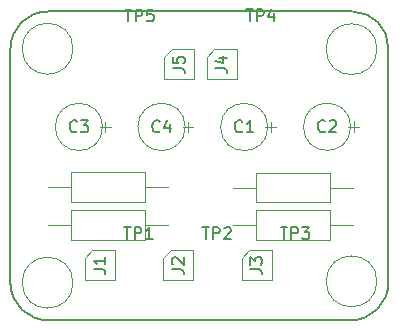
<source format=gbr>
G04 #@! TF.FileFunction,Other,Fab,Top*
%FSLAX46Y46*%
G04 Gerber Fmt 4.6, Leading zero omitted, Abs format (unit mm)*
G04 Created by KiCad (PCBNEW 4.0.7) date 10/31/19 05:43:28*
%MOMM*%
%LPD*%
G01*
G04 APERTURE LIST*
%ADD10C,0.100000*%
%ADD11C,0.150000*%
G04 APERTURE END LIST*
D10*
D11*
X153734000Y-105739000D02*
X153734000Y-85832000D01*
X182537000Y-108836000D02*
X156957000Y-108836000D01*
X185726000Y-85794000D02*
X185726000Y-105636000D01*
X156926000Y-82706000D02*
X182667000Y-82706000D01*
X153739000Y-105739000D02*
G75*
G03X156952000Y-108836000I3155000J58000D01*
G01*
X182552000Y-108850000D02*
G75*
G03X185738000Y-105664000I0J3186000D01*
G01*
X156894000Y-82710000D02*
G75*
G03X153745000Y-85819000I-20000J-3129000D01*
G01*
X185732000Y-85807000D02*
G75*
G03X182760000Y-82713000I-3033000J61000D01*
G01*
D10*
X160685000Y-102931000D02*
X162590000Y-102931000D01*
X162590000Y-102931000D02*
X162590000Y-105471000D01*
X162590000Y-105471000D02*
X160050000Y-105471000D01*
X160050000Y-105471000D02*
X160050000Y-103566000D01*
X160050000Y-103566000D02*
X160685000Y-102931000D01*
X167310000Y-102931000D02*
X169215000Y-102931000D01*
X169215000Y-102931000D02*
X169215000Y-105471000D01*
X169215000Y-105471000D02*
X166675000Y-105471000D01*
X166675000Y-105471000D02*
X166675000Y-103566000D01*
X166675000Y-103566000D02*
X167310000Y-102931000D01*
X173954000Y-102931000D02*
X175859000Y-102931000D01*
X175859000Y-102931000D02*
X175859000Y-105471000D01*
X175859000Y-105471000D02*
X173319000Y-105471000D01*
X173319000Y-105471000D02*
X173319000Y-103566000D01*
X173319000Y-103566000D02*
X173954000Y-102931000D01*
X170996000Y-85923000D02*
X172901000Y-85923000D01*
X172901000Y-85923000D02*
X172901000Y-88463000D01*
X172901000Y-88463000D02*
X170361000Y-88463000D01*
X170361000Y-88463000D02*
X170361000Y-86558000D01*
X170361000Y-86558000D02*
X170996000Y-85923000D01*
X167390000Y-85924000D02*
X169295000Y-85924000D01*
X169295000Y-85924000D02*
X169295000Y-88464000D01*
X169295000Y-88464000D02*
X166755000Y-88464000D01*
X166755000Y-88464000D02*
X166755000Y-86559000D01*
X166755000Y-86559000D02*
X167390000Y-85924000D01*
X174487000Y-99537000D02*
X174487000Y-102037000D01*
X174487000Y-102037000D02*
X180787000Y-102037000D01*
X180787000Y-102037000D02*
X180787000Y-99537000D01*
X180787000Y-99537000D02*
X174487000Y-99537000D01*
X172557000Y-100787000D02*
X174487000Y-100787000D01*
X182717000Y-100787000D02*
X180787000Y-100787000D01*
X174488000Y-96372000D02*
X174488000Y-98872000D01*
X174488000Y-98872000D02*
X180788000Y-98872000D01*
X180788000Y-98872000D02*
X180788000Y-96372000D01*
X180788000Y-96372000D02*
X174488000Y-96372000D01*
X172558000Y-97622000D02*
X174488000Y-97622000D01*
X182718000Y-97622000D02*
X180788000Y-97622000D01*
X165131000Y-102032000D02*
X165131000Y-99532000D01*
X165131000Y-99532000D02*
X158831000Y-99532000D01*
X158831000Y-99532000D02*
X158831000Y-102032000D01*
X158831000Y-102032000D02*
X165131000Y-102032000D01*
X167061000Y-100782000D02*
X165131000Y-100782000D01*
X156901000Y-100782000D02*
X158831000Y-100782000D01*
X165131000Y-98832000D02*
X165131000Y-96332000D01*
X165131000Y-96332000D02*
X158831000Y-96332000D01*
X158831000Y-96332000D02*
X158831000Y-98832000D01*
X158831000Y-98832000D02*
X165131000Y-98832000D01*
X167061000Y-97582000D02*
X165131000Y-97582000D01*
X156901000Y-97582000D02*
X158831000Y-97582000D01*
X159037066Y-85860000D02*
G75*
G03X159037066Y-85860000I-2154066J0D01*
G01*
X184770066Y-85893000D02*
G75*
G03X184770066Y-85893000I-2154066J0D01*
G01*
X159037066Y-105669000D02*
G75*
G03X159037066Y-105669000I-2154066J0D01*
G01*
X184770066Y-105557000D02*
G75*
G03X184770066Y-105557000I-2154066J0D01*
G01*
X175531000Y-92481000D02*
G75*
G03X175531000Y-92481000I-2000000J0D01*
G01*
X176231000Y-92481000D02*
X175331000Y-92481000D01*
X175781000Y-92931000D02*
X175781000Y-92031000D01*
X182547000Y-92469000D02*
G75*
G03X182547000Y-92469000I-2000000J0D01*
G01*
X183247000Y-92469000D02*
X182347000Y-92469000D01*
X182797000Y-92919000D02*
X182797000Y-92019000D01*
X161533000Y-92481000D02*
G75*
G03X161533000Y-92481000I-2000000J0D01*
G01*
X162233000Y-92481000D02*
X161333000Y-92481000D01*
X161783000Y-92931000D02*
X161783000Y-92031000D01*
X168531000Y-92479000D02*
G75*
G03X168531000Y-92479000I-2000000J0D01*
G01*
X169231000Y-92479000D02*
X168331000Y-92479000D01*
X168781000Y-92929000D02*
X168781000Y-92029000D01*
D11*
X160772381Y-104534333D02*
X161486667Y-104534333D01*
X161629524Y-104581953D01*
X161724762Y-104677191D01*
X161772381Y-104820048D01*
X161772381Y-104915286D01*
X161772381Y-103534333D02*
X161772381Y-104105762D01*
X161772381Y-103820048D02*
X160772381Y-103820048D01*
X160915238Y-103915286D01*
X161010476Y-104010524D01*
X161058095Y-104105762D01*
X167397381Y-104534333D02*
X168111667Y-104534333D01*
X168254524Y-104581953D01*
X168349762Y-104677191D01*
X168397381Y-104820048D01*
X168397381Y-104915286D01*
X167492619Y-104105762D02*
X167445000Y-104058143D01*
X167397381Y-103962905D01*
X167397381Y-103724809D01*
X167445000Y-103629571D01*
X167492619Y-103581952D01*
X167587857Y-103534333D01*
X167683095Y-103534333D01*
X167825952Y-103581952D01*
X168397381Y-104153381D01*
X168397381Y-103534333D01*
X174041381Y-104534333D02*
X174755667Y-104534333D01*
X174898524Y-104581953D01*
X174993762Y-104677191D01*
X175041381Y-104820048D01*
X175041381Y-104915286D01*
X174041381Y-104153381D02*
X174041381Y-103534333D01*
X174422333Y-103867667D01*
X174422333Y-103724809D01*
X174469952Y-103629571D01*
X174517571Y-103581952D01*
X174612810Y-103534333D01*
X174850905Y-103534333D01*
X174946143Y-103581952D01*
X174993762Y-103629571D01*
X175041381Y-103724809D01*
X175041381Y-104010524D01*
X174993762Y-104105762D01*
X174946143Y-104153381D01*
X171083381Y-87526333D02*
X171797667Y-87526333D01*
X171940524Y-87573953D01*
X172035762Y-87669191D01*
X172083381Y-87812048D01*
X172083381Y-87907286D01*
X171416714Y-86621571D02*
X172083381Y-86621571D01*
X171035762Y-86859667D02*
X171750048Y-87097762D01*
X171750048Y-86478714D01*
X167477381Y-87527333D02*
X168191667Y-87527333D01*
X168334524Y-87574953D01*
X168429762Y-87670191D01*
X168477381Y-87813048D01*
X168477381Y-87908286D01*
X167477381Y-86574952D02*
X167477381Y-87051143D01*
X167953571Y-87098762D01*
X167905952Y-87051143D01*
X167858333Y-86955905D01*
X167858333Y-86717809D01*
X167905952Y-86622571D01*
X167953571Y-86574952D01*
X168048810Y-86527333D01*
X168286905Y-86527333D01*
X168382143Y-86574952D01*
X168429762Y-86622571D01*
X168477381Y-86717809D01*
X168477381Y-86955905D01*
X168429762Y-87051143D01*
X168382143Y-87098762D01*
X163433095Y-82541381D02*
X164004524Y-82541381D01*
X163718809Y-83541381D02*
X163718809Y-82541381D01*
X164337857Y-83541381D02*
X164337857Y-82541381D01*
X164718810Y-82541381D01*
X164814048Y-82589000D01*
X164861667Y-82636619D01*
X164909286Y-82731857D01*
X164909286Y-82874714D01*
X164861667Y-82969952D01*
X164814048Y-83017571D01*
X164718810Y-83065190D01*
X164337857Y-83065190D01*
X165814048Y-82541381D02*
X165337857Y-82541381D01*
X165290238Y-83017571D01*
X165337857Y-82969952D01*
X165433095Y-82922333D01*
X165671191Y-82922333D01*
X165766429Y-82969952D01*
X165814048Y-83017571D01*
X165861667Y-83112810D01*
X165861667Y-83350905D01*
X165814048Y-83446143D01*
X165766429Y-83493762D01*
X165671191Y-83541381D01*
X165433095Y-83541381D01*
X165337857Y-83493762D01*
X165290238Y-83446143D01*
X173698095Y-82536381D02*
X174269524Y-82536381D01*
X173983809Y-83536381D02*
X173983809Y-82536381D01*
X174602857Y-83536381D02*
X174602857Y-82536381D01*
X174983810Y-82536381D01*
X175079048Y-82584000D01*
X175126667Y-82631619D01*
X175174286Y-82726857D01*
X175174286Y-82869714D01*
X175126667Y-82964952D01*
X175079048Y-83012571D01*
X174983810Y-83060190D01*
X174602857Y-83060190D01*
X176031429Y-82869714D02*
X176031429Y-83536381D01*
X175793333Y-82488762D02*
X175555238Y-83203048D01*
X176174286Y-83203048D01*
X163350095Y-100974381D02*
X163921524Y-100974381D01*
X163635809Y-101974381D02*
X163635809Y-100974381D01*
X164254857Y-101974381D02*
X164254857Y-100974381D01*
X164635810Y-100974381D01*
X164731048Y-101022000D01*
X164778667Y-101069619D01*
X164826286Y-101164857D01*
X164826286Y-101307714D01*
X164778667Y-101402952D01*
X164731048Y-101450571D01*
X164635810Y-101498190D01*
X164254857Y-101498190D01*
X165778667Y-101974381D02*
X165207238Y-101974381D01*
X165492952Y-101974381D02*
X165492952Y-100974381D01*
X165397714Y-101117238D01*
X165302476Y-101212476D01*
X165207238Y-101260095D01*
X169975095Y-100974381D02*
X170546524Y-100974381D01*
X170260809Y-101974381D02*
X170260809Y-100974381D01*
X170879857Y-101974381D02*
X170879857Y-100974381D01*
X171260810Y-100974381D01*
X171356048Y-101022000D01*
X171403667Y-101069619D01*
X171451286Y-101164857D01*
X171451286Y-101307714D01*
X171403667Y-101402952D01*
X171356048Y-101450571D01*
X171260810Y-101498190D01*
X170879857Y-101498190D01*
X171832238Y-101069619D02*
X171879857Y-101022000D01*
X171975095Y-100974381D01*
X172213191Y-100974381D01*
X172308429Y-101022000D01*
X172356048Y-101069619D01*
X172403667Y-101164857D01*
X172403667Y-101260095D01*
X172356048Y-101402952D01*
X171784619Y-101974381D01*
X172403667Y-101974381D01*
X176619095Y-100974381D02*
X177190524Y-100974381D01*
X176904809Y-101974381D02*
X176904809Y-100974381D01*
X177523857Y-101974381D02*
X177523857Y-100974381D01*
X177904810Y-100974381D01*
X178000048Y-101022000D01*
X178047667Y-101069619D01*
X178095286Y-101164857D01*
X178095286Y-101307714D01*
X178047667Y-101402952D01*
X178000048Y-101450571D01*
X177904810Y-101498190D01*
X177523857Y-101498190D01*
X178428619Y-100974381D02*
X179047667Y-100974381D01*
X178714333Y-101355333D01*
X178857191Y-101355333D01*
X178952429Y-101402952D01*
X179000048Y-101450571D01*
X179047667Y-101545810D01*
X179047667Y-101783905D01*
X179000048Y-101879143D01*
X178952429Y-101926762D01*
X178857191Y-101974381D01*
X178571476Y-101974381D01*
X178476238Y-101926762D01*
X178428619Y-101879143D01*
X173364334Y-92838143D02*
X173316715Y-92885762D01*
X173173858Y-92933381D01*
X173078620Y-92933381D01*
X172935762Y-92885762D01*
X172840524Y-92790524D01*
X172792905Y-92695286D01*
X172745286Y-92504810D01*
X172745286Y-92361952D01*
X172792905Y-92171476D01*
X172840524Y-92076238D01*
X172935762Y-91981000D01*
X173078620Y-91933381D01*
X173173858Y-91933381D01*
X173316715Y-91981000D01*
X173364334Y-92028619D01*
X174316715Y-92933381D02*
X173745286Y-92933381D01*
X174031000Y-92933381D02*
X174031000Y-91933381D01*
X173935762Y-92076238D01*
X173840524Y-92171476D01*
X173745286Y-92219095D01*
X180380334Y-92826143D02*
X180332715Y-92873762D01*
X180189858Y-92921381D01*
X180094620Y-92921381D01*
X179951762Y-92873762D01*
X179856524Y-92778524D01*
X179808905Y-92683286D01*
X179761286Y-92492810D01*
X179761286Y-92349952D01*
X179808905Y-92159476D01*
X179856524Y-92064238D01*
X179951762Y-91969000D01*
X180094620Y-91921381D01*
X180189858Y-91921381D01*
X180332715Y-91969000D01*
X180380334Y-92016619D01*
X180761286Y-92016619D02*
X180808905Y-91969000D01*
X180904143Y-91921381D01*
X181142239Y-91921381D01*
X181237477Y-91969000D01*
X181285096Y-92016619D01*
X181332715Y-92111857D01*
X181332715Y-92207095D01*
X181285096Y-92349952D01*
X180713667Y-92921381D01*
X181332715Y-92921381D01*
X159366334Y-92838143D02*
X159318715Y-92885762D01*
X159175858Y-92933381D01*
X159080620Y-92933381D01*
X158937762Y-92885762D01*
X158842524Y-92790524D01*
X158794905Y-92695286D01*
X158747286Y-92504810D01*
X158747286Y-92361952D01*
X158794905Y-92171476D01*
X158842524Y-92076238D01*
X158937762Y-91981000D01*
X159080620Y-91933381D01*
X159175858Y-91933381D01*
X159318715Y-91981000D01*
X159366334Y-92028619D01*
X159699667Y-91933381D02*
X160318715Y-91933381D01*
X159985381Y-92314333D01*
X160128239Y-92314333D01*
X160223477Y-92361952D01*
X160271096Y-92409571D01*
X160318715Y-92504810D01*
X160318715Y-92742905D01*
X160271096Y-92838143D01*
X160223477Y-92885762D01*
X160128239Y-92933381D01*
X159842524Y-92933381D01*
X159747286Y-92885762D01*
X159699667Y-92838143D01*
X166364334Y-92836143D02*
X166316715Y-92883762D01*
X166173858Y-92931381D01*
X166078620Y-92931381D01*
X165935762Y-92883762D01*
X165840524Y-92788524D01*
X165792905Y-92693286D01*
X165745286Y-92502810D01*
X165745286Y-92359952D01*
X165792905Y-92169476D01*
X165840524Y-92074238D01*
X165935762Y-91979000D01*
X166078620Y-91931381D01*
X166173858Y-91931381D01*
X166316715Y-91979000D01*
X166364334Y-92026619D01*
X167221477Y-92264714D02*
X167221477Y-92931381D01*
X166983381Y-91883762D02*
X166745286Y-92598048D01*
X167364334Y-92598048D01*
M02*

</source>
